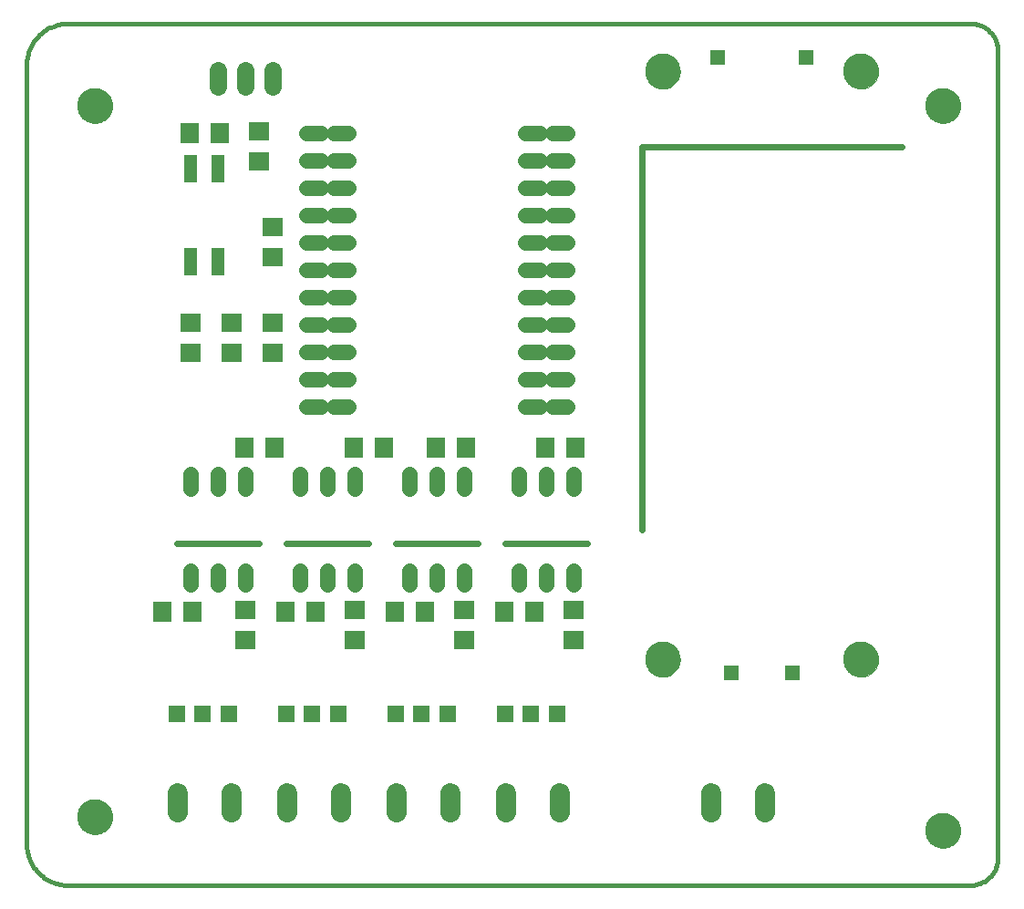
<source format=gts>
G75*
%MOIN*%
%OFA0B0*%
%FSLAX24Y24*%
%IPPOS*%
%LPD*%
%AMOC8*
5,1,8,0,0,1.08239X$1,22.5*
%
%ADD10C,0.0000*%
%ADD11C,0.1300*%
%ADD12C,0.0160*%
%ADD13C,0.0240*%
%ADD14C,0.0560*%
%ADD15R,0.0670X0.0749*%
%ADD16R,0.0749X0.0670*%
%ADD17R,0.0485X0.1001*%
%ADD18C,0.0640*%
%ADD19R,0.0594X0.0594*%
%ADD20C,0.0555*%
%ADD21C,0.0745*%
%ADD22R,0.0555X0.0555*%
D10*
X002050Y002680D02*
X002052Y002730D01*
X002058Y002780D01*
X002068Y002829D01*
X002082Y002877D01*
X002099Y002924D01*
X002120Y002969D01*
X002145Y003013D01*
X002173Y003054D01*
X002205Y003093D01*
X002239Y003130D01*
X002276Y003164D01*
X002316Y003194D01*
X002358Y003221D01*
X002402Y003245D01*
X002448Y003266D01*
X002495Y003282D01*
X002543Y003295D01*
X002593Y003304D01*
X002642Y003309D01*
X002693Y003310D01*
X002743Y003307D01*
X002792Y003300D01*
X002841Y003289D01*
X002889Y003274D01*
X002935Y003256D01*
X002980Y003234D01*
X003023Y003208D01*
X003064Y003179D01*
X003103Y003147D01*
X003139Y003112D01*
X003171Y003074D01*
X003201Y003034D01*
X003228Y002991D01*
X003251Y002947D01*
X003270Y002901D01*
X003286Y002853D01*
X003298Y002804D01*
X003306Y002755D01*
X003310Y002705D01*
X003310Y002655D01*
X003306Y002605D01*
X003298Y002556D01*
X003286Y002507D01*
X003270Y002459D01*
X003251Y002413D01*
X003228Y002369D01*
X003201Y002326D01*
X003171Y002286D01*
X003139Y002248D01*
X003103Y002213D01*
X003064Y002181D01*
X003023Y002152D01*
X002980Y002126D01*
X002935Y002104D01*
X002889Y002086D01*
X002841Y002071D01*
X002792Y002060D01*
X002743Y002053D01*
X002693Y002050D01*
X002642Y002051D01*
X002593Y002056D01*
X002543Y002065D01*
X002495Y002078D01*
X002448Y002094D01*
X002402Y002115D01*
X002358Y002139D01*
X002316Y002166D01*
X002276Y002196D01*
X002239Y002230D01*
X002205Y002267D01*
X002173Y002306D01*
X002145Y002347D01*
X002120Y002391D01*
X002099Y002436D01*
X002082Y002483D01*
X002068Y002531D01*
X002058Y002580D01*
X002052Y002630D01*
X002050Y002680D01*
X022800Y008430D02*
X022802Y008480D01*
X022808Y008530D01*
X022818Y008579D01*
X022832Y008627D01*
X022849Y008674D01*
X022870Y008719D01*
X022895Y008763D01*
X022923Y008804D01*
X022955Y008843D01*
X022989Y008880D01*
X023026Y008914D01*
X023066Y008944D01*
X023108Y008971D01*
X023152Y008995D01*
X023198Y009016D01*
X023245Y009032D01*
X023293Y009045D01*
X023343Y009054D01*
X023392Y009059D01*
X023443Y009060D01*
X023493Y009057D01*
X023542Y009050D01*
X023591Y009039D01*
X023639Y009024D01*
X023685Y009006D01*
X023730Y008984D01*
X023773Y008958D01*
X023814Y008929D01*
X023853Y008897D01*
X023889Y008862D01*
X023921Y008824D01*
X023951Y008784D01*
X023978Y008741D01*
X024001Y008697D01*
X024020Y008651D01*
X024036Y008603D01*
X024048Y008554D01*
X024056Y008505D01*
X024060Y008455D01*
X024060Y008405D01*
X024056Y008355D01*
X024048Y008306D01*
X024036Y008257D01*
X024020Y008209D01*
X024001Y008163D01*
X023978Y008119D01*
X023951Y008076D01*
X023921Y008036D01*
X023889Y007998D01*
X023853Y007963D01*
X023814Y007931D01*
X023773Y007902D01*
X023730Y007876D01*
X023685Y007854D01*
X023639Y007836D01*
X023591Y007821D01*
X023542Y007810D01*
X023493Y007803D01*
X023443Y007800D01*
X023392Y007801D01*
X023343Y007806D01*
X023293Y007815D01*
X023245Y007828D01*
X023198Y007844D01*
X023152Y007865D01*
X023108Y007889D01*
X023066Y007916D01*
X023026Y007946D01*
X022989Y007980D01*
X022955Y008017D01*
X022923Y008056D01*
X022895Y008097D01*
X022870Y008141D01*
X022849Y008186D01*
X022832Y008233D01*
X022818Y008281D01*
X022808Y008330D01*
X022802Y008380D01*
X022800Y008430D01*
X030050Y008430D02*
X030052Y008480D01*
X030058Y008530D01*
X030068Y008579D01*
X030082Y008627D01*
X030099Y008674D01*
X030120Y008719D01*
X030145Y008763D01*
X030173Y008804D01*
X030205Y008843D01*
X030239Y008880D01*
X030276Y008914D01*
X030316Y008944D01*
X030358Y008971D01*
X030402Y008995D01*
X030448Y009016D01*
X030495Y009032D01*
X030543Y009045D01*
X030593Y009054D01*
X030642Y009059D01*
X030693Y009060D01*
X030743Y009057D01*
X030792Y009050D01*
X030841Y009039D01*
X030889Y009024D01*
X030935Y009006D01*
X030980Y008984D01*
X031023Y008958D01*
X031064Y008929D01*
X031103Y008897D01*
X031139Y008862D01*
X031171Y008824D01*
X031201Y008784D01*
X031228Y008741D01*
X031251Y008697D01*
X031270Y008651D01*
X031286Y008603D01*
X031298Y008554D01*
X031306Y008505D01*
X031310Y008455D01*
X031310Y008405D01*
X031306Y008355D01*
X031298Y008306D01*
X031286Y008257D01*
X031270Y008209D01*
X031251Y008163D01*
X031228Y008119D01*
X031201Y008076D01*
X031171Y008036D01*
X031139Y007998D01*
X031103Y007963D01*
X031064Y007931D01*
X031023Y007902D01*
X030980Y007876D01*
X030935Y007854D01*
X030889Y007836D01*
X030841Y007821D01*
X030792Y007810D01*
X030743Y007803D01*
X030693Y007800D01*
X030642Y007801D01*
X030593Y007806D01*
X030543Y007815D01*
X030495Y007828D01*
X030448Y007844D01*
X030402Y007865D01*
X030358Y007889D01*
X030316Y007916D01*
X030276Y007946D01*
X030239Y007980D01*
X030205Y008017D01*
X030173Y008056D01*
X030145Y008097D01*
X030120Y008141D01*
X030099Y008186D01*
X030082Y008233D01*
X030068Y008281D01*
X030058Y008330D01*
X030052Y008380D01*
X030050Y008430D01*
X033050Y002180D02*
X033052Y002230D01*
X033058Y002280D01*
X033068Y002329D01*
X033082Y002377D01*
X033099Y002424D01*
X033120Y002469D01*
X033145Y002513D01*
X033173Y002554D01*
X033205Y002593D01*
X033239Y002630D01*
X033276Y002664D01*
X033316Y002694D01*
X033358Y002721D01*
X033402Y002745D01*
X033448Y002766D01*
X033495Y002782D01*
X033543Y002795D01*
X033593Y002804D01*
X033642Y002809D01*
X033693Y002810D01*
X033743Y002807D01*
X033792Y002800D01*
X033841Y002789D01*
X033889Y002774D01*
X033935Y002756D01*
X033980Y002734D01*
X034023Y002708D01*
X034064Y002679D01*
X034103Y002647D01*
X034139Y002612D01*
X034171Y002574D01*
X034201Y002534D01*
X034228Y002491D01*
X034251Y002447D01*
X034270Y002401D01*
X034286Y002353D01*
X034298Y002304D01*
X034306Y002255D01*
X034310Y002205D01*
X034310Y002155D01*
X034306Y002105D01*
X034298Y002056D01*
X034286Y002007D01*
X034270Y001959D01*
X034251Y001913D01*
X034228Y001869D01*
X034201Y001826D01*
X034171Y001786D01*
X034139Y001748D01*
X034103Y001713D01*
X034064Y001681D01*
X034023Y001652D01*
X033980Y001626D01*
X033935Y001604D01*
X033889Y001586D01*
X033841Y001571D01*
X033792Y001560D01*
X033743Y001553D01*
X033693Y001550D01*
X033642Y001551D01*
X033593Y001556D01*
X033543Y001565D01*
X033495Y001578D01*
X033448Y001594D01*
X033402Y001615D01*
X033358Y001639D01*
X033316Y001666D01*
X033276Y001696D01*
X033239Y001730D01*
X033205Y001767D01*
X033173Y001806D01*
X033145Y001847D01*
X033120Y001891D01*
X033099Y001936D01*
X033082Y001983D01*
X033068Y002031D01*
X033058Y002080D01*
X033052Y002130D01*
X033050Y002180D01*
X034300Y000180D02*
X034680Y000180D01*
X033050Y028680D02*
X033052Y028730D01*
X033058Y028780D01*
X033068Y028829D01*
X033082Y028877D01*
X033099Y028924D01*
X033120Y028969D01*
X033145Y029013D01*
X033173Y029054D01*
X033205Y029093D01*
X033239Y029130D01*
X033276Y029164D01*
X033316Y029194D01*
X033358Y029221D01*
X033402Y029245D01*
X033448Y029266D01*
X033495Y029282D01*
X033543Y029295D01*
X033593Y029304D01*
X033642Y029309D01*
X033693Y029310D01*
X033743Y029307D01*
X033792Y029300D01*
X033841Y029289D01*
X033889Y029274D01*
X033935Y029256D01*
X033980Y029234D01*
X034023Y029208D01*
X034064Y029179D01*
X034103Y029147D01*
X034139Y029112D01*
X034171Y029074D01*
X034201Y029034D01*
X034228Y028991D01*
X034251Y028947D01*
X034270Y028901D01*
X034286Y028853D01*
X034298Y028804D01*
X034306Y028755D01*
X034310Y028705D01*
X034310Y028655D01*
X034306Y028605D01*
X034298Y028556D01*
X034286Y028507D01*
X034270Y028459D01*
X034251Y028413D01*
X034228Y028369D01*
X034201Y028326D01*
X034171Y028286D01*
X034139Y028248D01*
X034103Y028213D01*
X034064Y028181D01*
X034023Y028152D01*
X033980Y028126D01*
X033935Y028104D01*
X033889Y028086D01*
X033841Y028071D01*
X033792Y028060D01*
X033743Y028053D01*
X033693Y028050D01*
X033642Y028051D01*
X033593Y028056D01*
X033543Y028065D01*
X033495Y028078D01*
X033448Y028094D01*
X033402Y028115D01*
X033358Y028139D01*
X033316Y028166D01*
X033276Y028196D01*
X033239Y028230D01*
X033205Y028267D01*
X033173Y028306D01*
X033145Y028347D01*
X033120Y028391D01*
X033099Y028436D01*
X033082Y028483D01*
X033068Y028531D01*
X033058Y028580D01*
X033052Y028630D01*
X033050Y028680D01*
X030050Y029930D02*
X030052Y029980D01*
X030058Y030030D01*
X030068Y030079D01*
X030082Y030127D01*
X030099Y030174D01*
X030120Y030219D01*
X030145Y030263D01*
X030173Y030304D01*
X030205Y030343D01*
X030239Y030380D01*
X030276Y030414D01*
X030316Y030444D01*
X030358Y030471D01*
X030402Y030495D01*
X030448Y030516D01*
X030495Y030532D01*
X030543Y030545D01*
X030593Y030554D01*
X030642Y030559D01*
X030693Y030560D01*
X030743Y030557D01*
X030792Y030550D01*
X030841Y030539D01*
X030889Y030524D01*
X030935Y030506D01*
X030980Y030484D01*
X031023Y030458D01*
X031064Y030429D01*
X031103Y030397D01*
X031139Y030362D01*
X031171Y030324D01*
X031201Y030284D01*
X031228Y030241D01*
X031251Y030197D01*
X031270Y030151D01*
X031286Y030103D01*
X031298Y030054D01*
X031306Y030005D01*
X031310Y029955D01*
X031310Y029905D01*
X031306Y029855D01*
X031298Y029806D01*
X031286Y029757D01*
X031270Y029709D01*
X031251Y029663D01*
X031228Y029619D01*
X031201Y029576D01*
X031171Y029536D01*
X031139Y029498D01*
X031103Y029463D01*
X031064Y029431D01*
X031023Y029402D01*
X030980Y029376D01*
X030935Y029354D01*
X030889Y029336D01*
X030841Y029321D01*
X030792Y029310D01*
X030743Y029303D01*
X030693Y029300D01*
X030642Y029301D01*
X030593Y029306D01*
X030543Y029315D01*
X030495Y029328D01*
X030448Y029344D01*
X030402Y029365D01*
X030358Y029389D01*
X030316Y029416D01*
X030276Y029446D01*
X030239Y029480D01*
X030205Y029517D01*
X030173Y029556D01*
X030145Y029597D01*
X030120Y029641D01*
X030099Y029686D01*
X030082Y029733D01*
X030068Y029781D01*
X030058Y029830D01*
X030052Y029880D01*
X030050Y029930D01*
X022800Y029930D02*
X022802Y029980D01*
X022808Y030030D01*
X022818Y030079D01*
X022832Y030127D01*
X022849Y030174D01*
X022870Y030219D01*
X022895Y030263D01*
X022923Y030304D01*
X022955Y030343D01*
X022989Y030380D01*
X023026Y030414D01*
X023066Y030444D01*
X023108Y030471D01*
X023152Y030495D01*
X023198Y030516D01*
X023245Y030532D01*
X023293Y030545D01*
X023343Y030554D01*
X023392Y030559D01*
X023443Y030560D01*
X023493Y030557D01*
X023542Y030550D01*
X023591Y030539D01*
X023639Y030524D01*
X023685Y030506D01*
X023730Y030484D01*
X023773Y030458D01*
X023814Y030429D01*
X023853Y030397D01*
X023889Y030362D01*
X023921Y030324D01*
X023951Y030284D01*
X023978Y030241D01*
X024001Y030197D01*
X024020Y030151D01*
X024036Y030103D01*
X024048Y030054D01*
X024056Y030005D01*
X024060Y029955D01*
X024060Y029905D01*
X024056Y029855D01*
X024048Y029806D01*
X024036Y029757D01*
X024020Y029709D01*
X024001Y029663D01*
X023978Y029619D01*
X023951Y029576D01*
X023921Y029536D01*
X023889Y029498D01*
X023853Y029463D01*
X023814Y029431D01*
X023773Y029402D01*
X023730Y029376D01*
X023685Y029354D01*
X023639Y029336D01*
X023591Y029321D01*
X023542Y029310D01*
X023493Y029303D01*
X023443Y029300D01*
X023392Y029301D01*
X023343Y029306D01*
X023293Y029315D01*
X023245Y029328D01*
X023198Y029344D01*
X023152Y029365D01*
X023108Y029389D01*
X023066Y029416D01*
X023026Y029446D01*
X022989Y029480D01*
X022955Y029517D01*
X022923Y029556D01*
X022895Y029597D01*
X022870Y029641D01*
X022849Y029686D01*
X022832Y029733D01*
X022818Y029781D01*
X022808Y029830D01*
X022802Y029880D01*
X022800Y029930D01*
X002050Y028680D02*
X002052Y028730D01*
X002058Y028780D01*
X002068Y028829D01*
X002082Y028877D01*
X002099Y028924D01*
X002120Y028969D01*
X002145Y029013D01*
X002173Y029054D01*
X002205Y029093D01*
X002239Y029130D01*
X002276Y029164D01*
X002316Y029194D01*
X002358Y029221D01*
X002402Y029245D01*
X002448Y029266D01*
X002495Y029282D01*
X002543Y029295D01*
X002593Y029304D01*
X002642Y029309D01*
X002693Y029310D01*
X002743Y029307D01*
X002792Y029300D01*
X002841Y029289D01*
X002889Y029274D01*
X002935Y029256D01*
X002980Y029234D01*
X003023Y029208D01*
X003064Y029179D01*
X003103Y029147D01*
X003139Y029112D01*
X003171Y029074D01*
X003201Y029034D01*
X003228Y028991D01*
X003251Y028947D01*
X003270Y028901D01*
X003286Y028853D01*
X003298Y028804D01*
X003306Y028755D01*
X003310Y028705D01*
X003310Y028655D01*
X003306Y028605D01*
X003298Y028556D01*
X003286Y028507D01*
X003270Y028459D01*
X003251Y028413D01*
X003228Y028369D01*
X003201Y028326D01*
X003171Y028286D01*
X003139Y028248D01*
X003103Y028213D01*
X003064Y028181D01*
X003023Y028152D01*
X002980Y028126D01*
X002935Y028104D01*
X002889Y028086D01*
X002841Y028071D01*
X002792Y028060D01*
X002743Y028053D01*
X002693Y028050D01*
X002642Y028051D01*
X002593Y028056D01*
X002543Y028065D01*
X002495Y028078D01*
X002448Y028094D01*
X002402Y028115D01*
X002358Y028139D01*
X002316Y028166D01*
X002276Y028196D01*
X002239Y028230D01*
X002205Y028267D01*
X002173Y028306D01*
X002145Y028347D01*
X002120Y028391D01*
X002099Y028436D01*
X002082Y028483D01*
X002068Y028531D01*
X002058Y028580D01*
X002052Y028630D01*
X002050Y028680D01*
D11*
X002680Y028680D03*
X023430Y029930D03*
X030680Y029930D03*
X033680Y028680D03*
X030680Y008430D03*
X033680Y002180D03*
X023430Y008430D03*
X002680Y002680D03*
D12*
X001680Y000180D02*
X034680Y000180D01*
X034740Y000182D01*
X034801Y000187D01*
X034860Y000196D01*
X034919Y000209D01*
X034978Y000225D01*
X035035Y000245D01*
X035090Y000268D01*
X035145Y000295D01*
X035197Y000324D01*
X035248Y000357D01*
X035297Y000393D01*
X035343Y000431D01*
X035387Y000473D01*
X035429Y000517D01*
X035467Y000563D01*
X035503Y000612D01*
X035536Y000663D01*
X035565Y000715D01*
X035592Y000770D01*
X035615Y000825D01*
X035635Y000882D01*
X035651Y000941D01*
X035664Y001000D01*
X035673Y001059D01*
X035678Y001120D01*
X035680Y001180D01*
X035680Y030680D01*
X035678Y030740D01*
X035673Y030801D01*
X035664Y030860D01*
X035651Y030919D01*
X035635Y030978D01*
X035615Y031035D01*
X035592Y031090D01*
X035565Y031145D01*
X035536Y031197D01*
X035503Y031248D01*
X035467Y031297D01*
X035429Y031343D01*
X035387Y031387D01*
X035343Y031429D01*
X035297Y031467D01*
X035248Y031503D01*
X035197Y031536D01*
X035145Y031565D01*
X035090Y031592D01*
X035035Y031615D01*
X034978Y031635D01*
X034919Y031651D01*
X034860Y031664D01*
X034801Y031673D01*
X034740Y031678D01*
X034680Y031680D01*
X001680Y031680D01*
X001604Y031678D01*
X001528Y031672D01*
X001453Y031663D01*
X001378Y031649D01*
X001304Y031632D01*
X001231Y031611D01*
X001159Y031587D01*
X001088Y031558D01*
X001019Y031527D01*
X000952Y031492D01*
X000887Y031453D01*
X000823Y031411D01*
X000762Y031366D01*
X000703Y031318D01*
X000647Y031267D01*
X000593Y031213D01*
X000542Y031157D01*
X000494Y031098D01*
X000449Y031037D01*
X000407Y030973D01*
X000368Y030908D01*
X000333Y030841D01*
X000302Y030772D01*
X000273Y030701D01*
X000249Y030629D01*
X000228Y030556D01*
X000211Y030482D01*
X000197Y030407D01*
X000188Y030332D01*
X000182Y030256D01*
X000180Y030180D01*
X000180Y001680D01*
X000182Y001604D01*
X000188Y001528D01*
X000197Y001453D01*
X000211Y001378D01*
X000228Y001304D01*
X000249Y001231D01*
X000273Y001159D01*
X000302Y001088D01*
X000333Y001019D01*
X000368Y000952D01*
X000407Y000887D01*
X000449Y000823D01*
X000494Y000762D01*
X000542Y000703D01*
X000593Y000647D01*
X000647Y000593D01*
X000703Y000542D01*
X000762Y000494D01*
X000823Y000449D01*
X000887Y000407D01*
X000952Y000368D01*
X001019Y000333D01*
X001088Y000302D01*
X001159Y000273D01*
X001231Y000249D01*
X001304Y000228D01*
X001378Y000211D01*
X001453Y000197D01*
X001528Y000188D01*
X001604Y000182D01*
X001680Y000180D01*
D13*
X005680Y012680D02*
X008680Y012680D01*
X009680Y012680D02*
X012680Y012680D01*
X013680Y012680D02*
X016680Y012680D01*
X017680Y012680D02*
X020680Y012680D01*
X022680Y013180D02*
X022680Y027180D01*
X032180Y027180D01*
D14*
X020180Y015200D02*
X020180Y014680D01*
X019180Y014680D02*
X019180Y015200D01*
X018180Y015200D02*
X018180Y014680D01*
X016180Y014680D02*
X016180Y015200D01*
X015180Y015200D02*
X015180Y014680D01*
X014180Y014680D02*
X014180Y015200D01*
X012180Y015200D02*
X012180Y014680D01*
X011180Y014680D02*
X011180Y015200D01*
X010180Y015200D02*
X010180Y014680D01*
X008180Y014680D02*
X008180Y015200D01*
X007180Y015200D02*
X007180Y014680D01*
X006180Y014680D02*
X006180Y015200D01*
X006180Y011680D02*
X006180Y011160D01*
X007180Y011160D02*
X007180Y011680D01*
X008180Y011680D02*
X008180Y011160D01*
X010180Y011160D02*
X010180Y011680D01*
X011180Y011680D02*
X011180Y011160D01*
X012180Y011160D02*
X012180Y011680D01*
X014180Y011680D02*
X014180Y011160D01*
X015180Y011160D02*
X015180Y011680D01*
X016180Y011680D02*
X016180Y011160D01*
X018180Y011160D02*
X018180Y011680D01*
X019180Y011680D02*
X019180Y011160D01*
X020180Y011160D02*
X020180Y011680D01*
D15*
X018731Y010180D03*
X017629Y010180D03*
X014731Y010180D03*
X013629Y010180D03*
X010731Y010180D03*
X009629Y010180D03*
X006231Y010180D03*
X005129Y010180D03*
X008129Y016180D03*
X009231Y016180D03*
X012129Y016180D03*
X013231Y016180D03*
X015129Y016180D03*
X016231Y016180D03*
X019129Y016180D03*
X020231Y016180D03*
X007231Y027680D03*
X006129Y027680D03*
D16*
X008680Y027731D03*
X008680Y026629D03*
X009180Y024231D03*
X009180Y023129D03*
X009180Y020731D03*
X009180Y019629D03*
X007680Y019629D03*
X007680Y020731D03*
X006180Y020731D03*
X006180Y019629D03*
X008180Y010231D03*
X008180Y009129D03*
X012180Y009129D03*
X012180Y010231D03*
X016180Y010231D03*
X016180Y009129D03*
X020180Y009129D03*
X020180Y010231D03*
D17*
X007180Y022987D03*
X006180Y022987D03*
X006180Y026373D03*
X007180Y026373D03*
D18*
X007180Y029380D02*
X007180Y029980D01*
X008180Y029980D02*
X008180Y029380D01*
X009180Y029380D02*
X009180Y029980D01*
D19*
X009680Y006430D03*
X010620Y006430D03*
X011560Y006430D03*
X013680Y006430D03*
X014620Y006430D03*
X015560Y006430D03*
X017680Y006430D03*
X018620Y006430D03*
X019560Y006430D03*
X007560Y006430D03*
X006620Y006430D03*
X005680Y006430D03*
D20*
X010423Y017680D02*
X010937Y017680D01*
X011423Y017680D02*
X011937Y017680D01*
X011937Y018680D02*
X011423Y018680D01*
X010937Y018680D02*
X010423Y018680D01*
X010423Y019680D02*
X010937Y019680D01*
X011423Y019680D02*
X011937Y019680D01*
X011937Y020680D02*
X011423Y020680D01*
X010937Y020680D02*
X010423Y020680D01*
X010423Y021680D02*
X010937Y021680D01*
X011423Y021680D02*
X011937Y021680D01*
X011937Y022680D02*
X011423Y022680D01*
X010937Y022680D02*
X010423Y022680D01*
X010423Y023680D02*
X010937Y023680D01*
X011423Y023680D02*
X011937Y023680D01*
X011937Y024680D02*
X011423Y024680D01*
X010937Y024680D02*
X010423Y024680D01*
X010423Y025680D02*
X010937Y025680D01*
X011423Y025680D02*
X011937Y025680D01*
X011937Y026680D02*
X011423Y026680D01*
X010937Y026680D02*
X010423Y026680D01*
X010423Y027680D02*
X010937Y027680D01*
X011423Y027680D02*
X011937Y027680D01*
X018423Y027680D02*
X018937Y027680D01*
X019423Y027680D02*
X019937Y027680D01*
X019937Y026680D02*
X019423Y026680D01*
X018937Y026680D02*
X018423Y026680D01*
X018423Y025680D02*
X018937Y025680D01*
X019423Y025680D02*
X019937Y025680D01*
X019937Y024680D02*
X019423Y024680D01*
X018937Y024680D02*
X018423Y024680D01*
X018423Y023680D02*
X018937Y023680D01*
X019423Y023680D02*
X019937Y023680D01*
X019937Y022680D02*
X019423Y022680D01*
X018937Y022680D02*
X018423Y022680D01*
X018423Y021680D02*
X018937Y021680D01*
X019423Y021680D02*
X019937Y021680D01*
X019937Y020680D02*
X019423Y020680D01*
X018937Y020680D02*
X018423Y020680D01*
X018423Y019680D02*
X018937Y019680D01*
X019423Y019680D02*
X019937Y019680D01*
X019937Y018680D02*
X019423Y018680D01*
X018937Y018680D02*
X018423Y018680D01*
X018423Y017680D02*
X018937Y017680D01*
X019423Y017680D02*
X019937Y017680D01*
D21*
X019664Y003533D02*
X019664Y002828D01*
X017696Y002828D02*
X017696Y003533D01*
X015664Y003533D02*
X015664Y002828D01*
X013696Y002828D02*
X013696Y003533D01*
X011664Y003533D02*
X011664Y002828D01*
X009696Y002828D02*
X009696Y003533D01*
X007664Y003533D02*
X007664Y002828D01*
X005696Y002828D02*
X005696Y003533D01*
X025196Y003533D02*
X025196Y002828D01*
X027164Y002828D02*
X027164Y003533D01*
D22*
X028180Y007930D03*
X025930Y007930D03*
X025430Y030430D03*
X028680Y030430D03*
M02*

</source>
